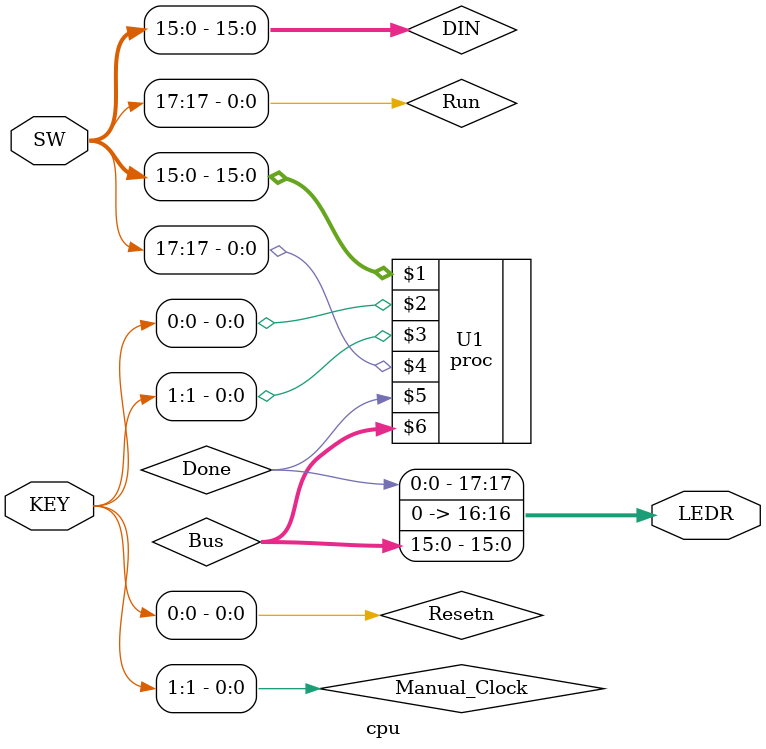
<source format=v>
module cpu (KEY, SW, LEDR);
	input [1:0] KEY;
	input [17:0] SW;
	output [17:0] LEDR;	

	wire Resetn, Manual_Clock, Run, Done;
	wire [15:0] DIN, Bus;

	assign Resetn = KEY[0];
	assign Manual_Clock = KEY[1];	
		// Note: can't use name Clock because this is defined as
		// the 50 MHz Clock coming into the FPGA from the board
	assign DIN = SW[15:0];
	assign Run = SW[17];

	// module proc(DIN, Resetn, Clock, Run, Done, Bus);
	proc U1 (DIN, Resetn, Manual_Clock, Run, Done, Bus);

	assign LEDR[15:0] = Bus;
	assign LEDR[16] = 1'b0;
	assign LEDR[17] = Done;

endmodule


</source>
